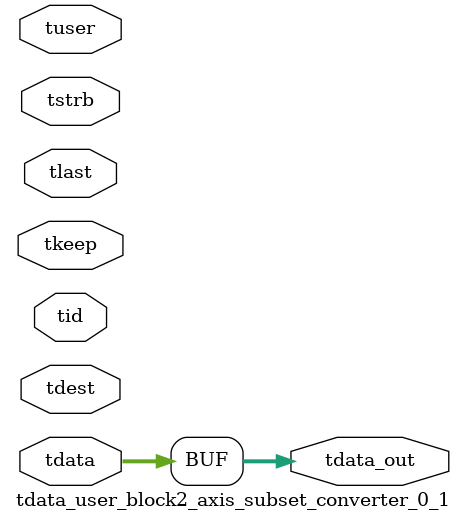
<source format=v>


`timescale 1ps/1ps

module tdata_user_block2_axis_subset_converter_0_1 #
(
parameter C_S_AXIS_TDATA_WIDTH = 32,
parameter C_S_AXIS_TUSER_WIDTH = 0,
parameter C_S_AXIS_TID_WIDTH   = 0,
parameter C_S_AXIS_TDEST_WIDTH = 0,
parameter C_M_AXIS_TDATA_WIDTH = 32
)
(
input  [(C_S_AXIS_TDATA_WIDTH == 0 ? 1 : C_S_AXIS_TDATA_WIDTH)-1:0     ] tdata,
input  [(C_S_AXIS_TUSER_WIDTH == 0 ? 1 : C_S_AXIS_TUSER_WIDTH)-1:0     ] tuser,
input  [(C_S_AXIS_TID_WIDTH   == 0 ? 1 : C_S_AXIS_TID_WIDTH)-1:0       ] tid,
input  [(C_S_AXIS_TDEST_WIDTH == 0 ? 1 : C_S_AXIS_TDEST_WIDTH)-1:0     ] tdest,
input  [(C_S_AXIS_TDATA_WIDTH/8)-1:0 ] tkeep,
input  [(C_S_AXIS_TDATA_WIDTH/8)-1:0 ] tstrb,
input                                                                    tlast,
output [C_M_AXIS_TDATA_WIDTH-1:0] tdata_out
);

assign tdata_out = {tdata[31:0]};

endmodule


</source>
